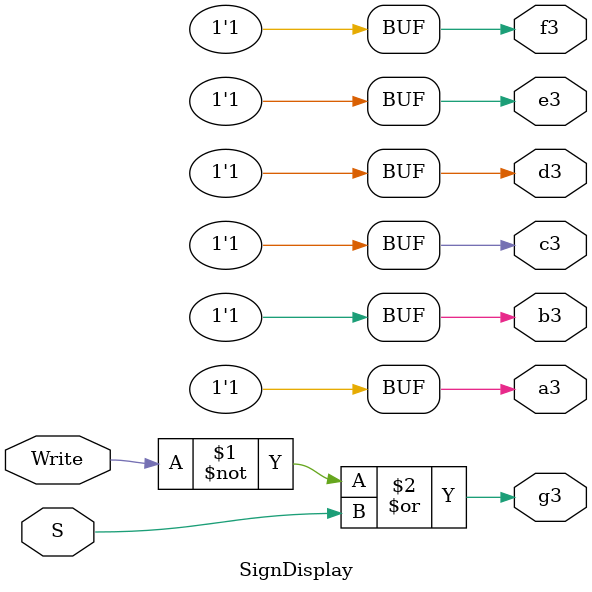
<source format=v>
module SignDisplay(S,Write,a3,b3,c3,d3,e3,f3,g3);
input S,Write;
output a3,b3,c3,d3,e3,f3,g3;

assign a3=1;
assign b3=1;
assign c3=1;
assign d3=1;
assign e3=1;
assign f3=1;
assign g3=~Write | S;

endmodule 
</source>
